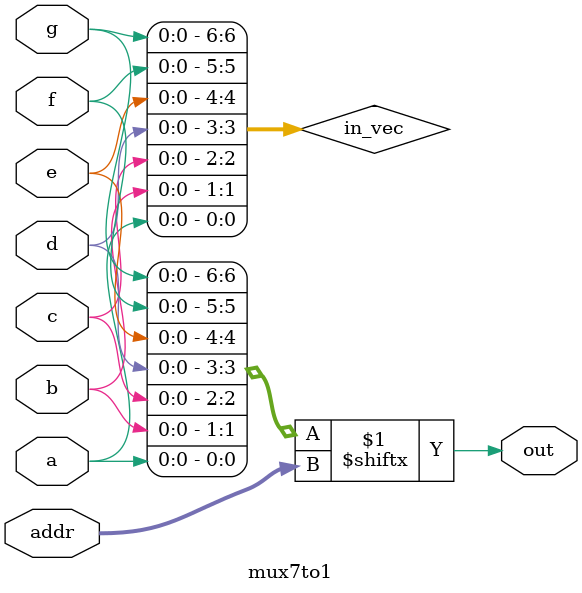
<source format=v>
module mux7to1(a, b, c, d, e, f, g, addr, out);
	
	input a, b, c, d, e, f, g;		
	input	[2:0] addr;
	
	output out;
	
	wire [6:0] in_vec = {g, f, e, d, c, b, a};

	assign out = in_vec[addr];

endmodule 
</source>
